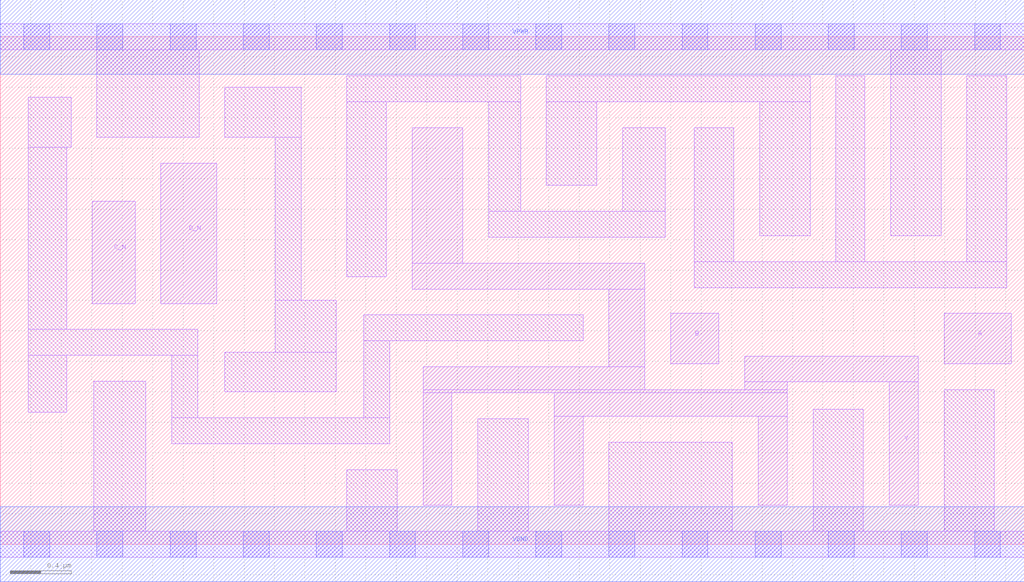
<source format=lef>
# Copyright 2020 The SkyWater PDK Authors
#
# Licensed under the Apache License, Version 2.0 (the "License");
# you may not use this file except in compliance with the License.
# You may obtain a copy of the License at
#
#     https://www.apache.org/licenses/LICENSE-2.0
#
# Unless required by applicable law or agreed to in writing, software
# distributed under the License is distributed on an "AS IS" BASIS,
# WITHOUT WARRANTIES OR CONDITIONS OF ANY KIND, either express or implied.
# See the License for the specific language governing permissions and
# limitations under the License.
#
# SPDX-License-Identifier: Apache-2.0

VERSION 5.7 ;
  NAMESCASESENSITIVE ON ;
  NOWIREEXTENSIONATPIN ON ;
  DIVIDERCHAR "/" ;
  BUSBITCHARS "[]" ;
UNITS
  DATABASE MICRONS 200 ;
END UNITS
MACRO sky130_fd_sc_lp__nor4bb_2
  CLASS CORE ;
  SOURCE USER ;
  FOREIGN sky130_fd_sc_lp__nor4bb_2 ;
  ORIGIN  0.000000  0.000000 ;
  SIZE  6.720000 BY  3.330000 ;
  SYMMETRY X Y R90 ;
  SITE unit ;
  PIN A
    ANTENNAGATEAREA  0.630000 ;
    DIRECTION INPUT ;
    USE SIGNAL ;
    PORT
      LAYER li1 ;
        RECT 6.195000 1.185000 6.635000 1.515000 ;
    END
  END A
  PIN B
    ANTENNAGATEAREA  0.630000 ;
    DIRECTION INPUT ;
    USE SIGNAL ;
    PORT
      LAYER li1 ;
        RECT 4.400000 1.185000 4.715000 1.515000 ;
    END
  END B
  PIN C_N
    ANTENNAGATEAREA  0.126000 ;
    DIRECTION INPUT ;
    USE SIGNAL ;
    PORT
      LAYER li1 ;
        RECT 0.605000 1.580000 0.885000 2.250000 ;
    END
  END C_N
  PIN D_N
    ANTENNAGATEAREA  0.126000 ;
    DIRECTION INPUT ;
    USE SIGNAL ;
    PORT
      LAYER li1 ;
        RECT 1.055000 1.580000 1.420000 2.500000 ;
    END
  END D_N
  PIN Y
    ANTENNADIFFAREA  1.293600 ;
    DIRECTION OUTPUT ;
    USE SIGNAL ;
    PORT
      LAYER li1 ;
        RECT 2.705000 1.675000 4.230000 1.845000 ;
        RECT 2.705000 1.845000 3.035000 2.735000 ;
        RECT 2.775000 0.255000 2.965000 0.995000 ;
        RECT 2.775000 0.995000 5.165000 1.015000 ;
        RECT 2.775000 1.015000 4.230000 1.165000 ;
        RECT 3.635000 0.255000 3.825000 0.840000 ;
        RECT 3.635000 0.840000 5.165000 0.995000 ;
        RECT 3.995000 1.165000 4.230000 1.675000 ;
        RECT 4.885000 1.015000 5.165000 1.065000 ;
        RECT 4.885000 1.065000 6.025000 1.235000 ;
        RECT 4.975000 0.255000 5.165000 0.840000 ;
        RECT 5.835000 0.255000 6.025000 1.065000 ;
    END
  END Y
  PIN VGND
    DIRECTION INOUT ;
    USE GROUND ;
    PORT
      LAYER met1 ;
        RECT 0.000000 -0.245000 6.720000 0.245000 ;
    END
  END VGND
  PIN VPWR
    DIRECTION INOUT ;
    USE POWER ;
    PORT
      LAYER met1 ;
        RECT 0.000000 3.085000 6.720000 3.575000 ;
    END
  END VPWR
  OBS
    LAYER li1 ;
      RECT 0.000000 -0.085000 6.720000 0.085000 ;
      RECT 0.000000  3.245000 6.720000 3.415000 ;
      RECT 0.185000  0.865000 0.435000 1.240000 ;
      RECT 0.185000  1.240000 1.295000 1.410000 ;
      RECT 0.185000  1.410000 0.435000 2.605000 ;
      RECT 0.185000  2.605000 0.465000 2.935000 ;
      RECT 0.615000  0.085000 0.955000 1.070000 ;
      RECT 0.635000  2.670000 1.305000 3.245000 ;
      RECT 1.125000  0.660000 2.555000 0.830000 ;
      RECT 1.125000  0.830000 1.295000 1.240000 ;
      RECT 1.475000  1.000000 2.205000 1.260000 ;
      RECT 1.475000  2.670000 1.975000 3.000000 ;
      RECT 1.805000  1.260000 2.205000 1.600000 ;
      RECT 1.805000  1.600000 1.975000 2.670000 ;
      RECT 2.275000  0.085000 2.605000 0.490000 ;
      RECT 2.275000  1.755000 2.535000 2.905000 ;
      RECT 2.275000  2.905000 3.415000 3.075000 ;
      RECT 2.385000  0.830000 2.555000 1.335000 ;
      RECT 2.385000  1.335000 3.825000 1.505000 ;
      RECT 3.135000  0.085000 3.465000 0.825000 ;
      RECT 3.205000  2.015000 4.365000 2.185000 ;
      RECT 3.205000  2.185000 3.415000 2.905000 ;
      RECT 3.585000  2.355000 3.915000 2.905000 ;
      RECT 3.585000  2.905000 5.315000 3.075000 ;
      RECT 3.995000  0.085000 4.805000 0.670000 ;
      RECT 4.085000  2.185000 4.365000 2.735000 ;
      RECT 4.555000  1.685000 6.605000 1.855000 ;
      RECT 4.555000  1.855000 4.815000 2.735000 ;
      RECT 4.985000  2.025000 5.315000 2.905000 ;
      RECT 5.335000  0.085000 5.665000 0.885000 ;
      RECT 5.485000  1.855000 5.675000 3.075000 ;
      RECT 5.845000  2.025000 6.175000 3.245000 ;
      RECT 6.195000  0.085000 6.525000 1.015000 ;
      RECT 6.345000  1.855000 6.605000 3.075000 ;
    LAYER mcon ;
      RECT 0.155000 -0.085000 0.325000 0.085000 ;
      RECT 0.155000  3.245000 0.325000 3.415000 ;
      RECT 0.635000 -0.085000 0.805000 0.085000 ;
      RECT 0.635000  3.245000 0.805000 3.415000 ;
      RECT 1.115000 -0.085000 1.285000 0.085000 ;
      RECT 1.115000  3.245000 1.285000 3.415000 ;
      RECT 1.595000 -0.085000 1.765000 0.085000 ;
      RECT 1.595000  3.245000 1.765000 3.415000 ;
      RECT 2.075000 -0.085000 2.245000 0.085000 ;
      RECT 2.075000  3.245000 2.245000 3.415000 ;
      RECT 2.555000 -0.085000 2.725000 0.085000 ;
      RECT 2.555000  3.245000 2.725000 3.415000 ;
      RECT 3.035000 -0.085000 3.205000 0.085000 ;
      RECT 3.035000  3.245000 3.205000 3.415000 ;
      RECT 3.515000 -0.085000 3.685000 0.085000 ;
      RECT 3.515000  3.245000 3.685000 3.415000 ;
      RECT 3.995000 -0.085000 4.165000 0.085000 ;
      RECT 3.995000  3.245000 4.165000 3.415000 ;
      RECT 4.475000 -0.085000 4.645000 0.085000 ;
      RECT 4.475000  3.245000 4.645000 3.415000 ;
      RECT 4.955000 -0.085000 5.125000 0.085000 ;
      RECT 4.955000  3.245000 5.125000 3.415000 ;
      RECT 5.435000 -0.085000 5.605000 0.085000 ;
      RECT 5.435000  3.245000 5.605000 3.415000 ;
      RECT 5.915000 -0.085000 6.085000 0.085000 ;
      RECT 5.915000  3.245000 6.085000 3.415000 ;
      RECT 6.395000 -0.085000 6.565000 0.085000 ;
      RECT 6.395000  3.245000 6.565000 3.415000 ;
  END
END sky130_fd_sc_lp__nor4bb_2
END LIBRARY

</source>
